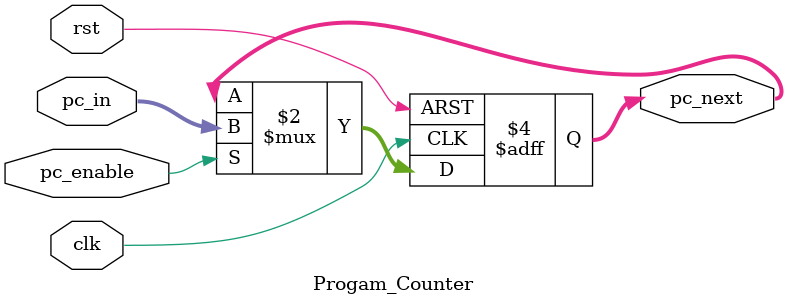
<source format=sv>


module Progam_Counter(
     input logic [31:0] pc_in,
     input  logic       pc_enable, 
     input logic clk,rst, 
     output logic [31:0] pc_next
     );
 
    always_ff @(posedge clk or posedge rst) begin
        if (rst)
            pc_next <= 32'b0;
        else if (pc_enable)          
            pc_next <= pc_in;
    end
 
 
 endmodule

</source>
